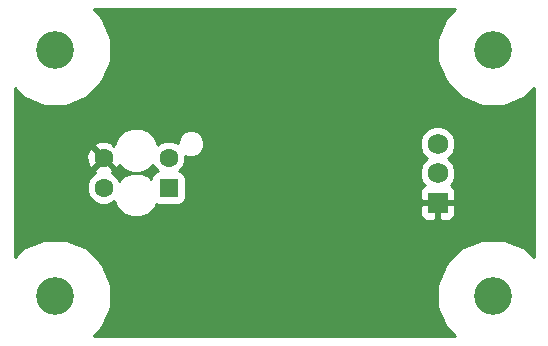
<source format=gbr>
G04 #@! TF.FileFunction,Copper,L2,Bot,Signal*
%FSLAX46Y46*%
G04 Gerber Fmt 4.6, Leading zero omitted, Abs format (unit mm)*
G04 Created by KiCad (PCBNEW 4.0.3+e1-6302~38~ubuntu15.04.1-stable) date Fri Aug 26 22:49:12 2016*
%MOMM*%
%LPD*%
G01*
G04 APERTURE LIST*
%ADD10C,0.100000*%
%ADD11C,3.200000*%
%ADD12R,1.600000X1.600000*%
%ADD13C,1.600000*%
%ADD14R,1.750000X1.750000*%
%ADD15C,1.750000*%
%ADD16C,0.254000*%
G04 APERTURE END LIST*
D10*
D11*
X132842000Y-87376000D03*
X169926000Y-87376000D03*
X132842000Y-108204000D03*
X169926000Y-108204000D03*
D12*
X142450000Y-99060000D03*
D13*
X142450000Y-96520000D03*
X136950000Y-96520000D03*
X136950000Y-99060000D03*
D14*
X165227000Y-100330000D03*
D15*
X165227000Y-97830000D03*
X165227000Y-95330000D03*
D16*
G36*
X165920981Y-84694874D02*
X165199823Y-86431617D01*
X165198182Y-88312133D01*
X165916308Y-90050132D01*
X167244874Y-91381019D01*
X168981617Y-92102177D01*
X170862133Y-92103818D01*
X172600132Y-91385692D01*
X173355000Y-90632141D01*
X173355000Y-104948161D01*
X172607126Y-104198981D01*
X170870383Y-103477823D01*
X168989867Y-103476182D01*
X167251868Y-104194308D01*
X165920981Y-105522874D01*
X165199823Y-107259617D01*
X165198182Y-109140133D01*
X165916308Y-110878132D01*
X166669859Y-111633000D01*
X136097839Y-111633000D01*
X136847019Y-110885126D01*
X137568177Y-109148383D01*
X137569818Y-107267867D01*
X136851692Y-105529868D01*
X135523126Y-104198981D01*
X133786383Y-103477823D01*
X131905867Y-103476182D01*
X130167868Y-104194308D01*
X129413000Y-104947859D01*
X129413000Y-99344187D01*
X135514752Y-99344187D01*
X135732757Y-99871800D01*
X136136077Y-100275824D01*
X136663309Y-100494750D01*
X137234187Y-100495248D01*
X137761800Y-100277243D01*
X137861817Y-100177400D01*
X138101043Y-100756372D01*
X138630839Y-101287093D01*
X139323405Y-101574672D01*
X140073305Y-101575326D01*
X140766372Y-101288957D01*
X141297093Y-100759161D01*
X141356642Y-100615750D01*
X163717000Y-100615750D01*
X163717000Y-101331309D01*
X163813673Y-101564698D01*
X163992301Y-101743327D01*
X164225690Y-101840000D01*
X164941250Y-101840000D01*
X165100000Y-101681250D01*
X165100000Y-100457000D01*
X165354000Y-100457000D01*
X165354000Y-101681250D01*
X165512750Y-101840000D01*
X166228310Y-101840000D01*
X166461699Y-101743327D01*
X166640327Y-101564698D01*
X166737000Y-101331309D01*
X166737000Y-100615750D01*
X166578250Y-100457000D01*
X165354000Y-100457000D01*
X165100000Y-100457000D01*
X163875750Y-100457000D01*
X163717000Y-100615750D01*
X141356642Y-100615750D01*
X141420883Y-100461043D01*
X141650000Y-100507440D01*
X143250000Y-100507440D01*
X143485317Y-100463162D01*
X143701441Y-100324090D01*
X143846431Y-100111890D01*
X143897440Y-99860000D01*
X143897440Y-98260000D01*
X143853162Y-98024683D01*
X143714090Y-97808559D01*
X143501890Y-97663569D01*
X143363646Y-97635574D01*
X143665824Y-97333923D01*
X143884750Y-96806691D01*
X143885126Y-96375927D01*
X144123244Y-96474803D01*
X144574775Y-96475197D01*
X144992086Y-96302767D01*
X145311645Y-95983765D01*
X145458940Y-95629040D01*
X163716738Y-95629040D01*
X163946138Y-96184229D01*
X164341536Y-96580318D01*
X163947630Y-96973537D01*
X163717262Y-97528325D01*
X163716738Y-98129040D01*
X163946138Y-98684229D01*
X164123802Y-98862203D01*
X163992301Y-98916673D01*
X163813673Y-99095302D01*
X163717000Y-99328691D01*
X163717000Y-100044250D01*
X163875750Y-100203000D01*
X165100000Y-100203000D01*
X165100000Y-100183000D01*
X165354000Y-100183000D01*
X165354000Y-100203000D01*
X166578250Y-100203000D01*
X166737000Y-100044250D01*
X166737000Y-99328691D01*
X166640327Y-99095302D01*
X166461699Y-98916673D01*
X166330286Y-98862240D01*
X166506370Y-98686463D01*
X166736738Y-98131675D01*
X166737262Y-97530960D01*
X166507862Y-96975771D01*
X166112464Y-96579682D01*
X166506370Y-96186463D01*
X166736738Y-95631675D01*
X166737262Y-95030960D01*
X166507862Y-94475771D01*
X166083463Y-94050630D01*
X165528675Y-93820262D01*
X164927960Y-93819738D01*
X164372771Y-94049138D01*
X163947630Y-94473537D01*
X163717262Y-95028325D01*
X163716738Y-95629040D01*
X145458940Y-95629040D01*
X145484803Y-95566756D01*
X145485197Y-95115225D01*
X145312767Y-94697914D01*
X144993765Y-94378355D01*
X144576756Y-94205197D01*
X144125225Y-94204803D01*
X143707914Y-94377233D01*
X143388355Y-94696235D01*
X143215197Y-95113244D01*
X143215048Y-95283881D01*
X142736691Y-95085250D01*
X142165813Y-95084752D01*
X141638200Y-95302757D01*
X141538183Y-95402600D01*
X141298957Y-94823628D01*
X140769161Y-94292907D01*
X140076595Y-94005328D01*
X139326695Y-94004674D01*
X138633628Y-94291043D01*
X138102907Y-94820839D01*
X137842554Y-95447838D01*
X137778139Y-95512253D01*
X137704005Y-95266136D01*
X137166777Y-95073035D01*
X136596546Y-95100222D01*
X136195995Y-95266136D01*
X136121861Y-95512255D01*
X136950000Y-96340395D01*
X136964142Y-96326252D01*
X137143748Y-96505858D01*
X137129605Y-96520000D01*
X137957745Y-97348139D01*
X138203864Y-97274005D01*
X138260587Y-97116195D01*
X138630839Y-97487093D01*
X139323405Y-97774672D01*
X140073305Y-97775326D01*
X140766372Y-97488957D01*
X141142536Y-97113449D01*
X141232757Y-97331800D01*
X141534688Y-97634258D01*
X141414683Y-97656838D01*
X141198559Y-97795910D01*
X141053569Y-98008110D01*
X141002560Y-98260000D01*
X141002560Y-98326714D01*
X140769161Y-98092907D01*
X140076595Y-97805328D01*
X139326695Y-97804674D01*
X138633628Y-98091043D01*
X138257464Y-98466551D01*
X138167243Y-98248200D01*
X137763923Y-97844176D01*
X137649232Y-97796552D01*
X137704005Y-97773864D01*
X137778139Y-97527745D01*
X136950000Y-96699605D01*
X136121861Y-97527745D01*
X136195995Y-97773864D01*
X136254254Y-97794805D01*
X136138200Y-97842757D01*
X135734176Y-98246077D01*
X135515250Y-98773309D01*
X135514752Y-99344187D01*
X129413000Y-99344187D01*
X129413000Y-96303223D01*
X135503035Y-96303223D01*
X135530222Y-96873454D01*
X135696136Y-97274005D01*
X135942255Y-97348139D01*
X136770395Y-96520000D01*
X135942255Y-95691861D01*
X135696136Y-95765995D01*
X135503035Y-96303223D01*
X129413000Y-96303223D01*
X129413000Y-90631839D01*
X130160874Y-91381019D01*
X131897617Y-92102177D01*
X133778133Y-92103818D01*
X135516132Y-91385692D01*
X136847019Y-90057126D01*
X137568177Y-88320383D01*
X137569818Y-86439867D01*
X136851692Y-84701868D01*
X136098141Y-83947000D01*
X166670161Y-83947000D01*
X165920981Y-84694874D01*
X165920981Y-84694874D01*
G37*
X165920981Y-84694874D02*
X165199823Y-86431617D01*
X165198182Y-88312133D01*
X165916308Y-90050132D01*
X167244874Y-91381019D01*
X168981617Y-92102177D01*
X170862133Y-92103818D01*
X172600132Y-91385692D01*
X173355000Y-90632141D01*
X173355000Y-104948161D01*
X172607126Y-104198981D01*
X170870383Y-103477823D01*
X168989867Y-103476182D01*
X167251868Y-104194308D01*
X165920981Y-105522874D01*
X165199823Y-107259617D01*
X165198182Y-109140133D01*
X165916308Y-110878132D01*
X166669859Y-111633000D01*
X136097839Y-111633000D01*
X136847019Y-110885126D01*
X137568177Y-109148383D01*
X137569818Y-107267867D01*
X136851692Y-105529868D01*
X135523126Y-104198981D01*
X133786383Y-103477823D01*
X131905867Y-103476182D01*
X130167868Y-104194308D01*
X129413000Y-104947859D01*
X129413000Y-99344187D01*
X135514752Y-99344187D01*
X135732757Y-99871800D01*
X136136077Y-100275824D01*
X136663309Y-100494750D01*
X137234187Y-100495248D01*
X137761800Y-100277243D01*
X137861817Y-100177400D01*
X138101043Y-100756372D01*
X138630839Y-101287093D01*
X139323405Y-101574672D01*
X140073305Y-101575326D01*
X140766372Y-101288957D01*
X141297093Y-100759161D01*
X141356642Y-100615750D01*
X163717000Y-100615750D01*
X163717000Y-101331309D01*
X163813673Y-101564698D01*
X163992301Y-101743327D01*
X164225690Y-101840000D01*
X164941250Y-101840000D01*
X165100000Y-101681250D01*
X165100000Y-100457000D01*
X165354000Y-100457000D01*
X165354000Y-101681250D01*
X165512750Y-101840000D01*
X166228310Y-101840000D01*
X166461699Y-101743327D01*
X166640327Y-101564698D01*
X166737000Y-101331309D01*
X166737000Y-100615750D01*
X166578250Y-100457000D01*
X165354000Y-100457000D01*
X165100000Y-100457000D01*
X163875750Y-100457000D01*
X163717000Y-100615750D01*
X141356642Y-100615750D01*
X141420883Y-100461043D01*
X141650000Y-100507440D01*
X143250000Y-100507440D01*
X143485317Y-100463162D01*
X143701441Y-100324090D01*
X143846431Y-100111890D01*
X143897440Y-99860000D01*
X143897440Y-98260000D01*
X143853162Y-98024683D01*
X143714090Y-97808559D01*
X143501890Y-97663569D01*
X143363646Y-97635574D01*
X143665824Y-97333923D01*
X143884750Y-96806691D01*
X143885126Y-96375927D01*
X144123244Y-96474803D01*
X144574775Y-96475197D01*
X144992086Y-96302767D01*
X145311645Y-95983765D01*
X145458940Y-95629040D01*
X163716738Y-95629040D01*
X163946138Y-96184229D01*
X164341536Y-96580318D01*
X163947630Y-96973537D01*
X163717262Y-97528325D01*
X163716738Y-98129040D01*
X163946138Y-98684229D01*
X164123802Y-98862203D01*
X163992301Y-98916673D01*
X163813673Y-99095302D01*
X163717000Y-99328691D01*
X163717000Y-100044250D01*
X163875750Y-100203000D01*
X165100000Y-100203000D01*
X165100000Y-100183000D01*
X165354000Y-100183000D01*
X165354000Y-100203000D01*
X166578250Y-100203000D01*
X166737000Y-100044250D01*
X166737000Y-99328691D01*
X166640327Y-99095302D01*
X166461699Y-98916673D01*
X166330286Y-98862240D01*
X166506370Y-98686463D01*
X166736738Y-98131675D01*
X166737262Y-97530960D01*
X166507862Y-96975771D01*
X166112464Y-96579682D01*
X166506370Y-96186463D01*
X166736738Y-95631675D01*
X166737262Y-95030960D01*
X166507862Y-94475771D01*
X166083463Y-94050630D01*
X165528675Y-93820262D01*
X164927960Y-93819738D01*
X164372771Y-94049138D01*
X163947630Y-94473537D01*
X163717262Y-95028325D01*
X163716738Y-95629040D01*
X145458940Y-95629040D01*
X145484803Y-95566756D01*
X145485197Y-95115225D01*
X145312767Y-94697914D01*
X144993765Y-94378355D01*
X144576756Y-94205197D01*
X144125225Y-94204803D01*
X143707914Y-94377233D01*
X143388355Y-94696235D01*
X143215197Y-95113244D01*
X143215048Y-95283881D01*
X142736691Y-95085250D01*
X142165813Y-95084752D01*
X141638200Y-95302757D01*
X141538183Y-95402600D01*
X141298957Y-94823628D01*
X140769161Y-94292907D01*
X140076595Y-94005328D01*
X139326695Y-94004674D01*
X138633628Y-94291043D01*
X138102907Y-94820839D01*
X137842554Y-95447838D01*
X137778139Y-95512253D01*
X137704005Y-95266136D01*
X137166777Y-95073035D01*
X136596546Y-95100222D01*
X136195995Y-95266136D01*
X136121861Y-95512255D01*
X136950000Y-96340395D01*
X136964142Y-96326252D01*
X137143748Y-96505858D01*
X137129605Y-96520000D01*
X137957745Y-97348139D01*
X138203864Y-97274005D01*
X138260587Y-97116195D01*
X138630839Y-97487093D01*
X139323405Y-97774672D01*
X140073305Y-97775326D01*
X140766372Y-97488957D01*
X141142536Y-97113449D01*
X141232757Y-97331800D01*
X141534688Y-97634258D01*
X141414683Y-97656838D01*
X141198559Y-97795910D01*
X141053569Y-98008110D01*
X141002560Y-98260000D01*
X141002560Y-98326714D01*
X140769161Y-98092907D01*
X140076595Y-97805328D01*
X139326695Y-97804674D01*
X138633628Y-98091043D01*
X138257464Y-98466551D01*
X138167243Y-98248200D01*
X137763923Y-97844176D01*
X137649232Y-97796552D01*
X137704005Y-97773864D01*
X137778139Y-97527745D01*
X136950000Y-96699605D01*
X136121861Y-97527745D01*
X136195995Y-97773864D01*
X136254254Y-97794805D01*
X136138200Y-97842757D01*
X135734176Y-98246077D01*
X135515250Y-98773309D01*
X135514752Y-99344187D01*
X129413000Y-99344187D01*
X129413000Y-96303223D01*
X135503035Y-96303223D01*
X135530222Y-96873454D01*
X135696136Y-97274005D01*
X135942255Y-97348139D01*
X136770395Y-96520000D01*
X135942255Y-95691861D01*
X135696136Y-95765995D01*
X135503035Y-96303223D01*
X129413000Y-96303223D01*
X129413000Y-90631839D01*
X130160874Y-91381019D01*
X131897617Y-92102177D01*
X133778133Y-92103818D01*
X135516132Y-91385692D01*
X136847019Y-90057126D01*
X137568177Y-88320383D01*
X137569818Y-86439867D01*
X136851692Y-84701868D01*
X136098141Y-83947000D01*
X166670161Y-83947000D01*
X165920981Y-84694874D01*
M02*

</source>
